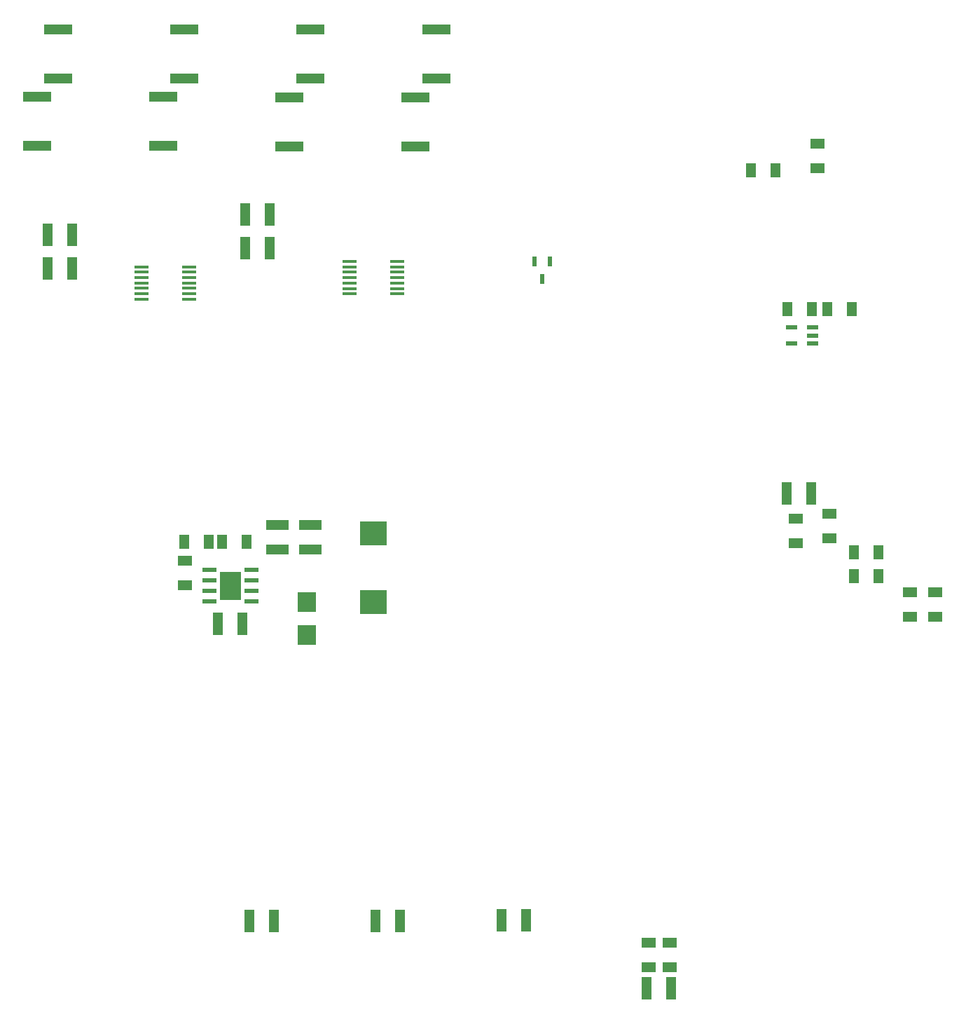
<source format=gbp>
G04 EAGLE Gerber RS-274X export*
G75*
%MOMM*%
%FSLAX34Y34*%
%LPD*%
%INSolderpaste Bottom*%
%IPPOS*%
%AMOC8*
5,1,8,0,0,1.08239X$1,22.5*%
G01*
G04 Define Apertures*
%ADD10R,1.164600X2.715300*%
%ADD11R,2.715300X1.164600*%
%ADD12R,2.230000X2.370000*%
%ADD13R,3.200000X3.000000*%
%ADD14R,3.370200X1.231200*%
%ADD15R,1.800000X0.601500*%
%ADD16R,2.620000X3.400000*%
%ADD17R,1.800000X0.425000*%
%ADD18R,1.340000X0.620000*%
%ADD19R,1.231400X1.771900*%
%ADD20R,1.771900X1.231400*%
%ADD21R,1.815300X1.164600*%
%ADD22R,1.164600X1.815300*%
%ADD23R,0.624800X1.223500*%
D10*
X258594Y1169670D03*
X229086Y1169670D03*
X497354Y1153160D03*
X467846Y1153160D03*
X1151404Y857250D03*
X1121896Y857250D03*
X434826Y699770D03*
X464334Y699770D03*
D11*
X546100Y818664D03*
X546100Y789156D03*
X506730Y818664D03*
X506730Y789156D03*
D10*
X258594Y1129030D03*
X229086Y1129030D03*
D12*
X542290Y725970D03*
X542290Y686270D03*
D13*
X622300Y725720D03*
X622300Y808440D03*
D14*
X241300Y1358415D03*
X241300Y1417805D03*
X393700Y1358415D03*
X393700Y1417805D03*
X546100Y1358415D03*
X546100Y1417805D03*
X698500Y1358415D03*
X698500Y1417805D03*
X215900Y1277135D03*
X215900Y1336525D03*
X368300Y1277135D03*
X368300Y1336525D03*
X520700Y1275865D03*
X520700Y1335255D03*
X673100Y1275865D03*
X673100Y1335255D03*
D15*
X424080Y726440D03*
X424080Y739140D03*
X424080Y751840D03*
X424080Y764540D03*
X475080Y764540D03*
X475080Y751840D03*
X475080Y739140D03*
X475080Y726440D03*
D16*
X449580Y745490D03*
D17*
X342122Y1091750D03*
X342122Y1098250D03*
X342122Y1104750D03*
X342122Y1111250D03*
X342122Y1117750D03*
X342122Y1124250D03*
X342122Y1130750D03*
X399558Y1130750D03*
X399558Y1124250D03*
X399558Y1117750D03*
X399558Y1111250D03*
X399558Y1104750D03*
X399558Y1098250D03*
X399558Y1091750D03*
X593582Y1098100D03*
X593582Y1104600D03*
X593582Y1111100D03*
X593582Y1117600D03*
X593582Y1124100D03*
X593582Y1130600D03*
X593582Y1137100D03*
X651018Y1137100D03*
X651018Y1130600D03*
X651018Y1124100D03*
X651018Y1117600D03*
X651018Y1111100D03*
X651018Y1104600D03*
X651018Y1098100D03*
D18*
X1152994Y1057250D03*
X1152994Y1047750D03*
X1152994Y1038250D03*
X1127926Y1038250D03*
X1127926Y1057250D03*
D19*
X440000Y798830D03*
X469320Y798830D03*
X423600Y798830D03*
X394280Y798830D03*
D20*
X394970Y775390D03*
X394970Y746070D03*
D21*
X1159510Y1279674D03*
X1159510Y1250166D03*
D22*
X1108224Y1247140D03*
X1078716Y1247140D03*
X1171426Y1079500D03*
X1200934Y1079500D03*
X1152674Y1079500D03*
X1123166Y1079500D03*
X1232684Y756920D03*
X1203176Y756920D03*
D21*
X1173480Y832634D03*
X1173480Y803126D03*
X1301750Y737384D03*
X1301750Y707876D03*
X1271270Y707876D03*
X1271270Y737384D03*
X1132840Y796776D03*
X1132840Y826284D03*
D22*
X1232684Y786130D03*
X1203176Y786130D03*
D21*
X955040Y284966D03*
X955040Y314474D03*
X980440Y284966D03*
X980440Y314474D03*
D10*
X952986Y259080D03*
X982494Y259080D03*
X497354Y1193800D03*
X467846Y1193800D03*
X502434Y340360D03*
X472926Y340360D03*
X807234Y341630D03*
X777726Y341630D03*
X654834Y340360D03*
X625326Y340360D03*
D23*
X817270Y1137130D03*
X836270Y1137130D03*
X826770Y1115850D03*
M02*

</source>
